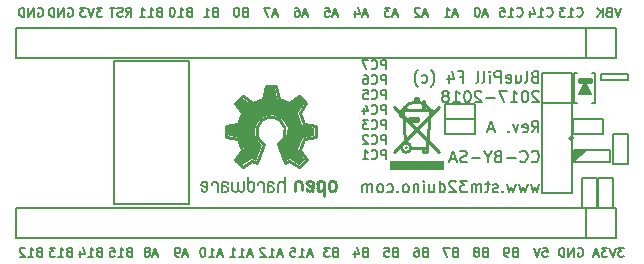
<source format=gbr>
G04 #@! TF.FileFunction,Legend,Bot*
%FSLAX46Y46*%
G04 Gerber Fmt 4.6, Leading zero omitted, Abs format (unit mm)*
G04 Created by KiCad (PCBNEW 4.0.7-e2-6376~58~ubuntu16.04.1) date Sat Feb  3 14:42:04 2018*
%MOMM*%
%LPD*%
G01*
G04 APERTURE LIST*
%ADD10C,0.100000*%
%ADD11C,0.203200*%
%ADD12C,0.162560*%
%ADD13C,0.254000*%
%ADD14C,0.127000*%
G04 APERTURE END LIST*
D10*
D11*
X45582114Y7039429D02*
X45398267Y6395962D01*
X45214419Y6855581D01*
X45030571Y6395962D01*
X44846724Y7039429D01*
X44570952Y7039429D02*
X44387105Y6395962D01*
X44203257Y6855581D01*
X44019409Y6395962D01*
X43835562Y7039429D01*
X43559790Y7039429D02*
X43375943Y6395962D01*
X43192095Y6855581D01*
X43008247Y6395962D01*
X42824400Y7039429D01*
X42456704Y6487886D02*
X42410743Y6441924D01*
X42456704Y6395962D01*
X42502666Y6441924D01*
X42456704Y6487886D01*
X42456704Y6395962D01*
X42043047Y6441924D02*
X41951124Y6395962D01*
X41767276Y6395962D01*
X41675352Y6441924D01*
X41629390Y6533848D01*
X41629390Y6579810D01*
X41675352Y6671733D01*
X41767276Y6717695D01*
X41905162Y6717695D01*
X41997085Y6763657D01*
X42043047Y6855581D01*
X42043047Y6901543D01*
X41997085Y6993467D01*
X41905162Y7039429D01*
X41767276Y7039429D01*
X41675352Y6993467D01*
X41353619Y7039429D02*
X40985924Y7039429D01*
X41215733Y7361162D02*
X41215733Y6533848D01*
X41169772Y6441924D01*
X41077848Y6395962D01*
X40985924Y6395962D01*
X40664190Y6395962D02*
X40664190Y7039429D01*
X40664190Y6947505D02*
X40618229Y6993467D01*
X40526305Y7039429D01*
X40388419Y7039429D01*
X40296495Y6993467D01*
X40250533Y6901543D01*
X40250533Y6395962D01*
X40250533Y6901543D02*
X40204571Y6993467D01*
X40112648Y7039429D01*
X39974762Y7039429D01*
X39882838Y6993467D01*
X39836876Y6901543D01*
X39836876Y6395962D01*
X39469181Y7361162D02*
X38871677Y7361162D01*
X39193410Y6993467D01*
X39055524Y6993467D01*
X38963600Y6947505D01*
X38917638Y6901543D01*
X38871677Y6809619D01*
X38871677Y6579810D01*
X38917638Y6487886D01*
X38963600Y6441924D01*
X39055524Y6395962D01*
X39331296Y6395962D01*
X39423219Y6441924D01*
X39469181Y6487886D01*
X38503981Y7269238D02*
X38458019Y7315200D01*
X38366096Y7361162D01*
X38136286Y7361162D01*
X38044362Y7315200D01*
X37998400Y7269238D01*
X37952439Y7177314D01*
X37952439Y7085390D01*
X37998400Y6947505D01*
X38549943Y6395962D01*
X37952439Y6395962D01*
X37125124Y6395962D02*
X37125124Y7361162D01*
X37125124Y6441924D02*
X37217048Y6395962D01*
X37400896Y6395962D01*
X37492820Y6441924D01*
X37538781Y6487886D01*
X37584743Y6579810D01*
X37584743Y6855581D01*
X37538781Y6947505D01*
X37492820Y6993467D01*
X37400896Y7039429D01*
X37217048Y7039429D01*
X37125124Y6993467D01*
X36251848Y7039429D02*
X36251848Y6395962D01*
X36665505Y7039429D02*
X36665505Y6533848D01*
X36619544Y6441924D01*
X36527620Y6395962D01*
X36389734Y6395962D01*
X36297810Y6441924D01*
X36251848Y6487886D01*
X35792229Y6395962D02*
X35792229Y7039429D01*
X35792229Y7361162D02*
X35838191Y7315200D01*
X35792229Y7269238D01*
X35746268Y7315200D01*
X35792229Y7361162D01*
X35792229Y7269238D01*
X35332610Y7039429D02*
X35332610Y6395962D01*
X35332610Y6947505D02*
X35286649Y6993467D01*
X35194725Y7039429D01*
X35056839Y7039429D01*
X34964915Y6993467D01*
X34918953Y6901543D01*
X34918953Y6395962D01*
X34321449Y6395962D02*
X34413373Y6441924D01*
X34459334Y6487886D01*
X34505296Y6579810D01*
X34505296Y6855581D01*
X34459334Y6947505D01*
X34413373Y6993467D01*
X34321449Y7039429D01*
X34183563Y7039429D01*
X34091639Y6993467D01*
X34045677Y6947505D01*
X33999715Y6855581D01*
X33999715Y6579810D01*
X34045677Y6487886D01*
X34091639Y6441924D01*
X34183563Y6395962D01*
X34321449Y6395962D01*
X33586058Y6487886D02*
X33540097Y6441924D01*
X33586058Y6395962D01*
X33632020Y6441924D01*
X33586058Y6487886D01*
X33586058Y6395962D01*
X32712782Y6441924D02*
X32804706Y6395962D01*
X32988554Y6395962D01*
X33080478Y6441924D01*
X33126439Y6487886D01*
X33172401Y6579810D01*
X33172401Y6855581D01*
X33126439Y6947505D01*
X33080478Y6993467D01*
X32988554Y7039429D01*
X32804706Y7039429D01*
X32712782Y6993467D01*
X32161240Y6395962D02*
X32253164Y6441924D01*
X32299125Y6487886D01*
X32345087Y6579810D01*
X32345087Y6855581D01*
X32299125Y6947505D01*
X32253164Y6993467D01*
X32161240Y7039429D01*
X32023354Y7039429D01*
X31931430Y6993467D01*
X31885468Y6947505D01*
X31839506Y6855581D01*
X31839506Y6579810D01*
X31885468Y6487886D01*
X31931430Y6441924D01*
X32023354Y6395962D01*
X32161240Y6395962D01*
X31425849Y6395962D02*
X31425849Y7039429D01*
X31425849Y6947505D02*
X31379888Y6993467D01*
X31287964Y7039429D01*
X31150078Y7039429D01*
X31058154Y6993467D01*
X31012192Y6901543D01*
X31012192Y6395962D01*
X31012192Y6901543D02*
X30966230Y6993467D01*
X30874307Y7039429D01*
X30736421Y7039429D01*
X30644497Y6993467D01*
X30598535Y6901543D01*
X30598535Y6395962D01*
X45168457Y16172543D02*
X45030571Y16126581D01*
X44984610Y16080619D01*
X44938648Y15988695D01*
X44938648Y15850810D01*
X44984610Y15758886D01*
X45030571Y15712924D01*
X45122495Y15666962D01*
X45490190Y15666962D01*
X45490190Y16632162D01*
X45168457Y16632162D01*
X45076533Y16586200D01*
X45030571Y16540238D01*
X44984610Y16448314D01*
X44984610Y16356390D01*
X45030571Y16264467D01*
X45076533Y16218505D01*
X45168457Y16172543D01*
X45490190Y16172543D01*
X44387105Y15666962D02*
X44479029Y15712924D01*
X44524990Y15804848D01*
X44524990Y16632162D01*
X43605752Y16310429D02*
X43605752Y15666962D01*
X44019409Y16310429D02*
X44019409Y15804848D01*
X43973448Y15712924D01*
X43881524Y15666962D01*
X43743638Y15666962D01*
X43651714Y15712924D01*
X43605752Y15758886D01*
X42778438Y15712924D02*
X42870362Y15666962D01*
X43054210Y15666962D01*
X43146133Y15712924D01*
X43192095Y15804848D01*
X43192095Y16172543D01*
X43146133Y16264467D01*
X43054210Y16310429D01*
X42870362Y16310429D01*
X42778438Y16264467D01*
X42732476Y16172543D01*
X42732476Y16080619D01*
X43192095Y15988695D01*
X42318819Y15666962D02*
X42318819Y16632162D01*
X41951124Y16632162D01*
X41859200Y16586200D01*
X41813239Y16540238D01*
X41767277Y16448314D01*
X41767277Y16310429D01*
X41813239Y16218505D01*
X41859200Y16172543D01*
X41951124Y16126581D01*
X42318819Y16126581D01*
X41353619Y15666962D02*
X41353619Y16310429D01*
X41353619Y16632162D02*
X41399581Y16586200D01*
X41353619Y16540238D01*
X41307658Y16586200D01*
X41353619Y16632162D01*
X41353619Y16540238D01*
X40756115Y15666962D02*
X40848039Y15712924D01*
X40894000Y15804848D01*
X40894000Y16632162D01*
X40250534Y15666962D02*
X40342458Y15712924D01*
X40388419Y15804848D01*
X40388419Y16632162D01*
X38825715Y16172543D02*
X39147448Y16172543D01*
X39147448Y15666962D02*
X39147448Y16632162D01*
X38687829Y16632162D01*
X37906477Y16310429D02*
X37906477Y15666962D01*
X38136287Y16678124D02*
X38366096Y15988695D01*
X37768592Y15988695D01*
X36389735Y15299267D02*
X36435697Y15345229D01*
X36527621Y15483114D01*
X36573583Y15575038D01*
X36619545Y15712924D01*
X36665506Y15942733D01*
X36665506Y16126581D01*
X36619545Y16356390D01*
X36573583Y16494276D01*
X36527621Y16586200D01*
X36435697Y16724086D01*
X36389735Y16770048D01*
X35608382Y15712924D02*
X35700306Y15666962D01*
X35884154Y15666962D01*
X35976078Y15712924D01*
X36022039Y15758886D01*
X36068001Y15850810D01*
X36068001Y16126581D01*
X36022039Y16218505D01*
X35976078Y16264467D01*
X35884154Y16310429D01*
X35700306Y16310429D01*
X35608382Y16264467D01*
X35286649Y15299267D02*
X35240687Y15345229D01*
X35148764Y15483114D01*
X35102802Y15575038D01*
X35056840Y15712924D01*
X35010878Y15942733D01*
X35010878Y16126581D01*
X35056840Y16356390D01*
X35102802Y16494276D01*
X35148764Y16586200D01*
X35240687Y16724086D01*
X35286649Y16770048D01*
X45536152Y14889238D02*
X45490190Y14935200D01*
X45398267Y14981162D01*
X45168457Y14981162D01*
X45076533Y14935200D01*
X45030571Y14889238D01*
X44984610Y14797314D01*
X44984610Y14705390D01*
X45030571Y14567505D01*
X45582114Y14015962D01*
X44984610Y14015962D01*
X44387105Y14981162D02*
X44295181Y14981162D01*
X44203257Y14935200D01*
X44157295Y14889238D01*
X44111333Y14797314D01*
X44065372Y14613467D01*
X44065372Y14383657D01*
X44111333Y14199810D01*
X44157295Y14107886D01*
X44203257Y14061924D01*
X44295181Y14015962D01*
X44387105Y14015962D01*
X44479029Y14061924D01*
X44524991Y14107886D01*
X44570952Y14199810D01*
X44616914Y14383657D01*
X44616914Y14613467D01*
X44570952Y14797314D01*
X44524991Y14889238D01*
X44479029Y14935200D01*
X44387105Y14981162D01*
X43146134Y14015962D02*
X43697676Y14015962D01*
X43421905Y14015962D02*
X43421905Y14981162D01*
X43513829Y14843276D01*
X43605753Y14751352D01*
X43697676Y14705390D01*
X42824400Y14981162D02*
X42180934Y14981162D01*
X42594591Y14015962D01*
X41813238Y14383657D02*
X41077848Y14383657D01*
X40664190Y14889238D02*
X40618228Y14935200D01*
X40526305Y14981162D01*
X40296495Y14981162D01*
X40204571Y14935200D01*
X40158609Y14889238D01*
X40112648Y14797314D01*
X40112648Y14705390D01*
X40158609Y14567505D01*
X40710152Y14015962D01*
X40112648Y14015962D01*
X39515143Y14981162D02*
X39423219Y14981162D01*
X39331295Y14935200D01*
X39285333Y14889238D01*
X39239371Y14797314D01*
X39193410Y14613467D01*
X39193410Y14383657D01*
X39239371Y14199810D01*
X39285333Y14107886D01*
X39331295Y14061924D01*
X39423219Y14015962D01*
X39515143Y14015962D01*
X39607067Y14061924D01*
X39653029Y14107886D01*
X39698990Y14199810D01*
X39744952Y14383657D01*
X39744952Y14613467D01*
X39698990Y14797314D01*
X39653029Y14889238D01*
X39607067Y14935200D01*
X39515143Y14981162D01*
X38274172Y14015962D02*
X38825714Y14015962D01*
X38549943Y14015962D02*
X38549943Y14981162D01*
X38641867Y14843276D01*
X38733791Y14751352D01*
X38825714Y14705390D01*
X37722629Y14567505D02*
X37814553Y14613467D01*
X37860514Y14659429D01*
X37906476Y14751352D01*
X37906476Y14797314D01*
X37860514Y14889238D01*
X37814553Y14935200D01*
X37722629Y14981162D01*
X37538781Y14981162D01*
X37446857Y14935200D01*
X37400895Y14889238D01*
X37354934Y14797314D01*
X37354934Y14751352D01*
X37400895Y14659429D01*
X37446857Y14613467D01*
X37538781Y14567505D01*
X37722629Y14567505D01*
X37814553Y14521543D01*
X37860514Y14475581D01*
X37906476Y14383657D01*
X37906476Y14199810D01*
X37860514Y14107886D01*
X37814553Y14061924D01*
X37722629Y14015962D01*
X37538781Y14015962D01*
X37446857Y14061924D01*
X37400895Y14107886D01*
X37354934Y14199810D01*
X37354934Y14383657D01*
X37400895Y14475581D01*
X37446857Y14521543D01*
X37538781Y14567505D01*
X44938648Y9027886D02*
X44984610Y8981924D01*
X45122495Y8935962D01*
X45214419Y8935962D01*
X45352305Y8981924D01*
X45444229Y9073848D01*
X45490190Y9165771D01*
X45536152Y9349619D01*
X45536152Y9487505D01*
X45490190Y9671352D01*
X45444229Y9763276D01*
X45352305Y9855200D01*
X45214419Y9901162D01*
X45122495Y9901162D01*
X44984610Y9855200D01*
X44938648Y9809238D01*
X43973448Y9027886D02*
X44019410Y8981924D01*
X44157295Y8935962D01*
X44249219Y8935962D01*
X44387105Y8981924D01*
X44479029Y9073848D01*
X44524990Y9165771D01*
X44570952Y9349619D01*
X44570952Y9487505D01*
X44524990Y9671352D01*
X44479029Y9763276D01*
X44387105Y9855200D01*
X44249219Y9901162D01*
X44157295Y9901162D01*
X44019410Y9855200D01*
X43973448Y9809238D01*
X43559790Y9303657D02*
X42824400Y9303657D01*
X42043047Y9441543D02*
X41905161Y9395581D01*
X41859200Y9349619D01*
X41813238Y9257695D01*
X41813238Y9119810D01*
X41859200Y9027886D01*
X41905161Y8981924D01*
X41997085Y8935962D01*
X42364780Y8935962D01*
X42364780Y9901162D01*
X42043047Y9901162D01*
X41951123Y9855200D01*
X41905161Y9809238D01*
X41859200Y9717314D01*
X41859200Y9625390D01*
X41905161Y9533467D01*
X41951123Y9487505D01*
X42043047Y9441543D01*
X42364780Y9441543D01*
X41215733Y9395581D02*
X41215733Y8935962D01*
X41537466Y9901162D02*
X41215733Y9395581D01*
X40894000Y9901162D01*
X40572266Y9303657D02*
X39836876Y9303657D01*
X39423218Y8981924D02*
X39285333Y8935962D01*
X39055523Y8935962D01*
X38963599Y8981924D01*
X38917637Y9027886D01*
X38871676Y9119810D01*
X38871676Y9211733D01*
X38917637Y9303657D01*
X38963599Y9349619D01*
X39055523Y9395581D01*
X39239371Y9441543D01*
X39331295Y9487505D01*
X39377256Y9533467D01*
X39423218Y9625390D01*
X39423218Y9717314D01*
X39377256Y9809238D01*
X39331295Y9855200D01*
X39239371Y9901162D01*
X39009561Y9901162D01*
X38871676Y9855200D01*
X38503980Y9211733D02*
X38044361Y9211733D01*
X38595904Y8935962D02*
X38274171Y9901162D01*
X37952438Y8935962D01*
X44938648Y11475962D02*
X45260381Y11935581D01*
X45490190Y11475962D02*
X45490190Y12441162D01*
X45122495Y12441162D01*
X45030571Y12395200D01*
X44984610Y12349238D01*
X44938648Y12257314D01*
X44938648Y12119429D01*
X44984610Y12027505D01*
X45030571Y11981543D01*
X45122495Y11935581D01*
X45490190Y11935581D01*
X44157295Y11521924D02*
X44249219Y11475962D01*
X44433067Y11475962D01*
X44524990Y11521924D01*
X44570952Y11613848D01*
X44570952Y11981543D01*
X44524990Y12073467D01*
X44433067Y12119429D01*
X44249219Y12119429D01*
X44157295Y12073467D01*
X44111333Y11981543D01*
X44111333Y11889619D01*
X44570952Y11797695D01*
X43789600Y12119429D02*
X43559791Y11475962D01*
X43329981Y12119429D01*
X42962286Y11567886D02*
X42916325Y11521924D01*
X42962286Y11475962D01*
X43008248Y11521924D01*
X42962286Y11567886D01*
X42962286Y11475962D01*
X41726152Y11751733D02*
X41266533Y11751733D01*
X41818076Y11475962D02*
X41496343Y12441162D01*
X41174610Y11475962D01*
D12*
X52464546Y22013650D02*
X52207159Y21241490D01*
X51949773Y22013650D01*
X51435000Y21645954D02*
X51324691Y21609185D01*
X51287922Y21572415D01*
X51251152Y21498876D01*
X51251152Y21388568D01*
X51287922Y21315029D01*
X51324691Y21278259D01*
X51398230Y21241490D01*
X51692386Y21241490D01*
X51692386Y22013650D01*
X51435000Y22013650D01*
X51361461Y21976880D01*
X51324691Y21940110D01*
X51287922Y21866571D01*
X51287922Y21793032D01*
X51324691Y21719493D01*
X51361461Y21682724D01*
X51435000Y21645954D01*
X51692386Y21645954D01*
X50920226Y21241490D02*
X50920226Y22013650D01*
X50478992Y21241490D02*
X50809918Y21682724D01*
X50478992Y22013650D02*
X50920226Y21572415D01*
X48756388Y21314229D02*
X48793158Y21277459D01*
X48903466Y21240690D01*
X48977005Y21240690D01*
X49087314Y21277459D01*
X49160853Y21350998D01*
X49197622Y21424537D01*
X49234392Y21571615D01*
X49234392Y21681924D01*
X49197622Y21829002D01*
X49160853Y21902541D01*
X49087314Y21976080D01*
X48977005Y22012850D01*
X48903466Y22012850D01*
X48793158Y21976080D01*
X48756388Y21939310D01*
X48020998Y21240690D02*
X48462232Y21240690D01*
X48241615Y21240690D02*
X48241615Y22012850D01*
X48315154Y21902541D01*
X48388693Y21829002D01*
X48462232Y21792232D01*
X47763611Y22012850D02*
X47285608Y22012850D01*
X47542994Y21718693D01*
X47432686Y21718693D01*
X47359147Y21681924D01*
X47322377Y21645154D01*
X47285608Y21571615D01*
X47285608Y21387768D01*
X47322377Y21314229D01*
X47359147Y21277459D01*
X47432686Y21240690D01*
X47653303Y21240690D01*
X47726842Y21277459D01*
X47763611Y21314229D01*
X46216388Y21314229D02*
X46253158Y21277459D01*
X46363466Y21240690D01*
X46437005Y21240690D01*
X46547314Y21277459D01*
X46620853Y21350998D01*
X46657622Y21424537D01*
X46694392Y21571615D01*
X46694392Y21681924D01*
X46657622Y21829002D01*
X46620853Y21902541D01*
X46547314Y21976080D01*
X46437005Y22012850D01*
X46363466Y22012850D01*
X46253158Y21976080D01*
X46216388Y21939310D01*
X45480998Y21240690D02*
X45922232Y21240690D01*
X45701615Y21240690D02*
X45701615Y22012850D01*
X45775154Y21902541D01*
X45848693Y21829002D01*
X45922232Y21792232D01*
X44819147Y21755463D02*
X44819147Y21240690D01*
X45002994Y22049619D02*
X45186842Y21498076D01*
X44708838Y21498076D01*
X43676388Y21314229D02*
X43713158Y21277459D01*
X43823466Y21240690D01*
X43897005Y21240690D01*
X44007314Y21277459D01*
X44080853Y21350998D01*
X44117622Y21424537D01*
X44154392Y21571615D01*
X44154392Y21681924D01*
X44117622Y21829002D01*
X44080853Y21902541D01*
X44007314Y21976080D01*
X43897005Y22012850D01*
X43823466Y22012850D01*
X43713158Y21976080D01*
X43676388Y21939310D01*
X42940998Y21240690D02*
X43382232Y21240690D01*
X43161615Y21240690D02*
X43161615Y22012850D01*
X43235154Y21902541D01*
X43308693Y21829002D01*
X43382232Y21792232D01*
X42242377Y22012850D02*
X42610072Y22012850D01*
X42646842Y21645154D01*
X42610072Y21681924D01*
X42536533Y21718693D01*
X42352686Y21718693D01*
X42279147Y21681924D01*
X42242377Y21645154D01*
X42205608Y21571615D01*
X42205608Y21387768D01*
X42242377Y21314229D01*
X42279147Y21277459D01*
X42352686Y21240690D01*
X42536533Y21240690D01*
X42610072Y21277459D01*
X42646842Y21314229D01*
X41191542Y21461307D02*
X40823847Y21461307D01*
X41265081Y21240690D02*
X41007694Y22012850D01*
X40750308Y21240690D01*
X40345843Y22012850D02*
X40272304Y22012850D01*
X40198765Y21976080D01*
X40161996Y21939310D01*
X40125226Y21865771D01*
X40088457Y21718693D01*
X40088457Y21534846D01*
X40125226Y21387768D01*
X40161996Y21314229D01*
X40198765Y21277459D01*
X40272304Y21240690D01*
X40345843Y21240690D01*
X40419382Y21277459D01*
X40456152Y21314229D01*
X40492921Y21387768D01*
X40529691Y21534846D01*
X40529691Y21718693D01*
X40492921Y21865771D01*
X40456152Y21939310D01*
X40419382Y21976080D01*
X40345843Y22012850D01*
X38651542Y21461307D02*
X38283847Y21461307D01*
X38725081Y21240690D02*
X38467694Y22012850D01*
X38210308Y21240690D01*
X37548457Y21240690D02*
X37989691Y21240690D01*
X37769074Y21240690D02*
X37769074Y22012850D01*
X37842613Y21902541D01*
X37916152Y21829002D01*
X37989691Y21792232D01*
X36111542Y21461307D02*
X35743847Y21461307D01*
X36185081Y21240690D02*
X35927694Y22012850D01*
X35670308Y21240690D01*
X35449691Y21939310D02*
X35412921Y21976080D01*
X35339382Y22012850D01*
X35155535Y22012850D01*
X35081996Y21976080D01*
X35045226Y21939310D01*
X35008457Y21865771D01*
X35008457Y21792232D01*
X35045226Y21681924D01*
X35486460Y21240690D01*
X35008457Y21240690D01*
X33571542Y21461307D02*
X33203847Y21461307D01*
X33645081Y21240690D02*
X33387694Y22012850D01*
X33130308Y21240690D01*
X32946460Y22012850D02*
X32468457Y22012850D01*
X32725843Y21718693D01*
X32615535Y21718693D01*
X32541996Y21681924D01*
X32505226Y21645154D01*
X32468457Y21571615D01*
X32468457Y21387768D01*
X32505226Y21314229D01*
X32541996Y21277459D01*
X32615535Y21240690D01*
X32836152Y21240690D01*
X32909691Y21277459D01*
X32946460Y21314229D01*
X31031542Y21461307D02*
X30663847Y21461307D01*
X31105081Y21240690D02*
X30847694Y22012850D01*
X30590308Y21240690D01*
X30001996Y21755463D02*
X30001996Y21240690D01*
X30185843Y22049619D02*
X30369691Y21498076D01*
X29891687Y21498076D01*
X28491542Y21461307D02*
X28123847Y21461307D01*
X28565081Y21240690D02*
X28307694Y22012850D01*
X28050308Y21240690D01*
X27425226Y22012850D02*
X27792921Y22012850D01*
X27829691Y21645154D01*
X27792921Y21681924D01*
X27719382Y21718693D01*
X27535535Y21718693D01*
X27461996Y21681924D01*
X27425226Y21645154D01*
X27388457Y21571615D01*
X27388457Y21387768D01*
X27425226Y21314229D01*
X27461996Y21277459D01*
X27535535Y21240690D01*
X27719382Y21240690D01*
X27792921Y21277459D01*
X27829691Y21314229D01*
X25951542Y21461307D02*
X25583847Y21461307D01*
X26025081Y21240690D02*
X25767694Y22012850D01*
X25510308Y21240690D01*
X24921996Y22012850D02*
X25069074Y22012850D01*
X25142613Y21976080D01*
X25179382Y21939310D01*
X25252921Y21829002D01*
X25289691Y21681924D01*
X25289691Y21387768D01*
X25252921Y21314229D01*
X25216152Y21277459D01*
X25142613Y21240690D01*
X24995535Y21240690D01*
X24921996Y21277459D01*
X24885226Y21314229D01*
X24848457Y21387768D01*
X24848457Y21571615D01*
X24885226Y21645154D01*
X24921996Y21681924D01*
X24995535Y21718693D01*
X25142613Y21718693D01*
X25216152Y21681924D01*
X25252921Y21645154D01*
X25289691Y21571615D01*
X23411542Y21461307D02*
X23043847Y21461307D01*
X23485081Y21240690D02*
X23227694Y22012850D01*
X22970308Y21240690D01*
X22786460Y22012850D02*
X22271687Y22012850D01*
X22602613Y21240690D01*
X20632541Y21645154D02*
X20522232Y21608385D01*
X20485463Y21571615D01*
X20448693Y21498076D01*
X20448693Y21387768D01*
X20485463Y21314229D01*
X20522232Y21277459D01*
X20595771Y21240690D01*
X20889927Y21240690D01*
X20889927Y22012850D01*
X20632541Y22012850D01*
X20559002Y21976080D01*
X20522232Y21939310D01*
X20485463Y21865771D01*
X20485463Y21792232D01*
X20522232Y21718693D01*
X20559002Y21681924D01*
X20632541Y21645154D01*
X20889927Y21645154D01*
X19970689Y22012850D02*
X19897150Y22012850D01*
X19823611Y21976080D01*
X19786842Y21939310D01*
X19750072Y21865771D01*
X19713303Y21718693D01*
X19713303Y21534846D01*
X19750072Y21387768D01*
X19786842Y21314229D01*
X19823611Y21277459D01*
X19897150Y21240690D01*
X19970689Y21240690D01*
X20044228Y21277459D01*
X20080998Y21314229D01*
X20117767Y21387768D01*
X20154537Y21534846D01*
X20154537Y21718693D01*
X20117767Y21865771D01*
X20080998Y21939310D01*
X20044228Y21976080D01*
X19970689Y22012850D01*
X18092541Y21645154D02*
X17982232Y21608385D01*
X17945463Y21571615D01*
X17908693Y21498076D01*
X17908693Y21387768D01*
X17945463Y21314229D01*
X17982232Y21277459D01*
X18055771Y21240690D01*
X18349927Y21240690D01*
X18349927Y22012850D01*
X18092541Y22012850D01*
X18019002Y21976080D01*
X17982232Y21939310D01*
X17945463Y21865771D01*
X17945463Y21792232D01*
X17982232Y21718693D01*
X18019002Y21681924D01*
X18092541Y21645154D01*
X18349927Y21645154D01*
X17173303Y21240690D02*
X17614537Y21240690D01*
X17393920Y21240690D02*
X17393920Y22012850D01*
X17467459Y21902541D01*
X17540998Y21829002D01*
X17614537Y21792232D01*
X15920236Y21645154D02*
X15809927Y21608385D01*
X15773158Y21571615D01*
X15736388Y21498076D01*
X15736388Y21387768D01*
X15773158Y21314229D01*
X15809927Y21277459D01*
X15883466Y21240690D01*
X16177622Y21240690D01*
X16177622Y22012850D01*
X15920236Y22012850D01*
X15846697Y21976080D01*
X15809927Y21939310D01*
X15773158Y21865771D01*
X15773158Y21792232D01*
X15809927Y21718693D01*
X15846697Y21681924D01*
X15920236Y21645154D01*
X16177622Y21645154D01*
X15000998Y21240690D02*
X15442232Y21240690D01*
X15221615Y21240690D02*
X15221615Y22012850D01*
X15295154Y21902541D01*
X15368693Y21829002D01*
X15442232Y21792232D01*
X14522994Y22012850D02*
X14449455Y22012850D01*
X14375916Y21976080D01*
X14339147Y21939310D01*
X14302377Y21865771D01*
X14265608Y21718693D01*
X14265608Y21534846D01*
X14302377Y21387768D01*
X14339147Y21314229D01*
X14375916Y21277459D01*
X14449455Y21240690D01*
X14522994Y21240690D01*
X14596533Y21277459D01*
X14633303Y21314229D01*
X14670072Y21387768D01*
X14706842Y21534846D01*
X14706842Y21718693D01*
X14670072Y21865771D01*
X14633303Y21939310D01*
X14596533Y21976080D01*
X14522994Y22012850D01*
X13380236Y21645154D02*
X13269927Y21608385D01*
X13233158Y21571615D01*
X13196388Y21498076D01*
X13196388Y21387768D01*
X13233158Y21314229D01*
X13269927Y21277459D01*
X13343466Y21240690D01*
X13637622Y21240690D01*
X13637622Y22012850D01*
X13380236Y22012850D01*
X13306697Y21976080D01*
X13269927Y21939310D01*
X13233158Y21865771D01*
X13233158Y21792232D01*
X13269927Y21718693D01*
X13306697Y21681924D01*
X13380236Y21645154D01*
X13637622Y21645154D01*
X12460998Y21240690D02*
X12902232Y21240690D01*
X12681615Y21240690D02*
X12681615Y22012850D01*
X12755154Y21902541D01*
X12828693Y21829002D01*
X12902232Y21792232D01*
X11725608Y21240690D02*
X12166842Y21240690D01*
X11946225Y21240690D02*
X11946225Y22012850D01*
X12019764Y21902541D01*
X12093303Y21829002D01*
X12166842Y21792232D01*
X10582849Y21240690D02*
X10840236Y21608385D01*
X11024083Y21240690D02*
X11024083Y22012850D01*
X10729927Y22012850D01*
X10656388Y21976080D01*
X10619619Y21939310D01*
X10582849Y21865771D01*
X10582849Y21755463D01*
X10619619Y21681924D01*
X10656388Y21645154D01*
X10729927Y21608385D01*
X11024083Y21608385D01*
X10288693Y21277459D02*
X10178384Y21240690D01*
X9994537Y21240690D01*
X9920998Y21277459D01*
X9884228Y21314229D01*
X9847459Y21387768D01*
X9847459Y21461307D01*
X9884228Y21534846D01*
X9920998Y21571615D01*
X9994537Y21608385D01*
X10141615Y21645154D01*
X10215154Y21681924D01*
X10251923Y21718693D01*
X10288693Y21792232D01*
X10288693Y21865771D01*
X10251923Y21939310D01*
X10215154Y21976080D01*
X10141615Y22012850D01*
X9957767Y22012850D01*
X9847459Y21976080D01*
X9626842Y22012850D02*
X9185608Y22012850D01*
X9406225Y21240690D02*
X9406225Y22012850D01*
X8576006Y22012850D02*
X8098003Y22012850D01*
X8355389Y21718693D01*
X8245081Y21718693D01*
X8171542Y21681924D01*
X8134772Y21645154D01*
X8098003Y21571615D01*
X8098003Y21387768D01*
X8134772Y21314229D01*
X8171542Y21277459D01*
X8245081Y21240690D01*
X8465698Y21240690D01*
X8539237Y21277459D01*
X8576006Y21314229D01*
X7877386Y22012850D02*
X7619999Y21240690D01*
X7362613Y22012850D01*
X7178765Y22012850D02*
X6700762Y22012850D01*
X6958148Y21718693D01*
X6847840Y21718693D01*
X6774301Y21681924D01*
X6737531Y21645154D01*
X6700762Y21571615D01*
X6700762Y21387768D01*
X6737531Y21314229D01*
X6774301Y21277459D01*
X6847840Y21240690D01*
X7068457Y21240690D01*
X7141996Y21277459D01*
X7178765Y21314229D01*
X5668313Y21976080D02*
X5741852Y22012850D01*
X5852160Y22012850D01*
X5962469Y21976080D01*
X6036008Y21902541D01*
X6072777Y21829002D01*
X6109547Y21681924D01*
X6109547Y21571615D01*
X6072777Y21424537D01*
X6036008Y21350998D01*
X5962469Y21277459D01*
X5852160Y21240690D01*
X5778621Y21240690D01*
X5668313Y21277459D01*
X5631543Y21314229D01*
X5631543Y21571615D01*
X5778621Y21571615D01*
X5300617Y21240690D02*
X5300617Y22012850D01*
X4859383Y21240690D01*
X4859383Y22012850D01*
X4491687Y21240690D02*
X4491687Y22012850D01*
X4307840Y22012850D01*
X4197531Y21976080D01*
X4123992Y21902541D01*
X4087223Y21829002D01*
X4050453Y21681924D01*
X4050453Y21571615D01*
X4087223Y21424537D01*
X4123992Y21350998D01*
X4197531Y21277459D01*
X4307840Y21240690D01*
X4491687Y21240690D01*
X3128313Y21976080D02*
X3201852Y22012850D01*
X3312160Y22012850D01*
X3422469Y21976080D01*
X3496008Y21902541D01*
X3532777Y21829002D01*
X3569547Y21681924D01*
X3569547Y21571615D01*
X3532777Y21424537D01*
X3496008Y21350998D01*
X3422469Y21277459D01*
X3312160Y21240690D01*
X3238621Y21240690D01*
X3128313Y21277459D01*
X3091543Y21314229D01*
X3091543Y21571615D01*
X3238621Y21571615D01*
X2760617Y21240690D02*
X2760617Y22012850D01*
X2319383Y21240690D01*
X2319383Y22012850D01*
X1951687Y21240690D02*
X1951687Y22012850D01*
X1767840Y22012850D01*
X1657531Y21976080D01*
X1583992Y21902541D01*
X1547223Y21829002D01*
X1510453Y21681924D01*
X1510453Y21571615D01*
X1547223Y21424537D01*
X1583992Y21350998D01*
X1657531Y21277459D01*
X1767840Y21240690D01*
X1951687Y21240690D01*
X3220236Y1325154D02*
X3109927Y1288385D01*
X3073158Y1251615D01*
X3036388Y1178076D01*
X3036388Y1067768D01*
X3073158Y994229D01*
X3109927Y957459D01*
X3183466Y920690D01*
X3477622Y920690D01*
X3477622Y1692850D01*
X3220236Y1692850D01*
X3146697Y1656080D01*
X3109927Y1619310D01*
X3073158Y1545771D01*
X3073158Y1472232D01*
X3109927Y1398693D01*
X3146697Y1361924D01*
X3220236Y1325154D01*
X3477622Y1325154D01*
X2300998Y920690D02*
X2742232Y920690D01*
X2521615Y920690D02*
X2521615Y1692850D01*
X2595154Y1582541D01*
X2668693Y1509002D01*
X2742232Y1472232D01*
X2006842Y1619310D02*
X1970072Y1656080D01*
X1896533Y1692850D01*
X1712686Y1692850D01*
X1639147Y1656080D01*
X1602377Y1619310D01*
X1565608Y1545771D01*
X1565608Y1472232D01*
X1602377Y1361924D01*
X2043611Y920690D01*
X1565608Y920690D01*
X5760236Y1325154D02*
X5649927Y1288385D01*
X5613158Y1251615D01*
X5576388Y1178076D01*
X5576388Y1067768D01*
X5613158Y994229D01*
X5649927Y957459D01*
X5723466Y920690D01*
X6017622Y920690D01*
X6017622Y1692850D01*
X5760236Y1692850D01*
X5686697Y1656080D01*
X5649927Y1619310D01*
X5613158Y1545771D01*
X5613158Y1472232D01*
X5649927Y1398693D01*
X5686697Y1361924D01*
X5760236Y1325154D01*
X6017622Y1325154D01*
X4840998Y920690D02*
X5282232Y920690D01*
X5061615Y920690D02*
X5061615Y1692850D01*
X5135154Y1582541D01*
X5208693Y1509002D01*
X5282232Y1472232D01*
X4583611Y1692850D02*
X4105608Y1692850D01*
X4362994Y1398693D01*
X4252686Y1398693D01*
X4179147Y1361924D01*
X4142377Y1325154D01*
X4105608Y1251615D01*
X4105608Y1067768D01*
X4142377Y994229D01*
X4179147Y957459D01*
X4252686Y920690D01*
X4473303Y920690D01*
X4546842Y957459D01*
X4583611Y994229D01*
X8300236Y1325154D02*
X8189927Y1288385D01*
X8153158Y1251615D01*
X8116388Y1178076D01*
X8116388Y1067768D01*
X8153158Y994229D01*
X8189927Y957459D01*
X8263466Y920690D01*
X8557622Y920690D01*
X8557622Y1692850D01*
X8300236Y1692850D01*
X8226697Y1656080D01*
X8189927Y1619310D01*
X8153158Y1545771D01*
X8153158Y1472232D01*
X8189927Y1398693D01*
X8226697Y1361924D01*
X8300236Y1325154D01*
X8557622Y1325154D01*
X7380998Y920690D02*
X7822232Y920690D01*
X7601615Y920690D02*
X7601615Y1692850D01*
X7675154Y1582541D01*
X7748693Y1509002D01*
X7822232Y1472232D01*
X6719147Y1435463D02*
X6719147Y920690D01*
X6902994Y1729619D02*
X7086842Y1178076D01*
X6608838Y1178076D01*
X10840236Y1325154D02*
X10729927Y1288385D01*
X10693158Y1251615D01*
X10656388Y1178076D01*
X10656388Y1067768D01*
X10693158Y994229D01*
X10729927Y957459D01*
X10803466Y920690D01*
X11097622Y920690D01*
X11097622Y1692850D01*
X10840236Y1692850D01*
X10766697Y1656080D01*
X10729927Y1619310D01*
X10693158Y1545771D01*
X10693158Y1472232D01*
X10729927Y1398693D01*
X10766697Y1361924D01*
X10840236Y1325154D01*
X11097622Y1325154D01*
X9920998Y920690D02*
X10362232Y920690D01*
X10141615Y920690D02*
X10141615Y1692850D01*
X10215154Y1582541D01*
X10288693Y1509002D01*
X10362232Y1472232D01*
X9222377Y1692850D02*
X9590072Y1692850D01*
X9626842Y1325154D01*
X9590072Y1361924D01*
X9516533Y1398693D01*
X9332686Y1398693D01*
X9259147Y1361924D01*
X9222377Y1325154D01*
X9185608Y1251615D01*
X9185608Y1067768D01*
X9222377Y994229D01*
X9259147Y957459D01*
X9332686Y920690D01*
X9516533Y920690D01*
X9590072Y957459D01*
X9626842Y994229D01*
X13251542Y1141307D02*
X12883847Y1141307D01*
X13325081Y920690D02*
X13067694Y1692850D01*
X12810308Y920690D01*
X12442613Y1361924D02*
X12516152Y1398693D01*
X12552921Y1435463D01*
X12589691Y1509002D01*
X12589691Y1545771D01*
X12552921Y1619310D01*
X12516152Y1656080D01*
X12442613Y1692850D01*
X12295535Y1692850D01*
X12221996Y1656080D01*
X12185226Y1619310D01*
X12148457Y1545771D01*
X12148457Y1509002D01*
X12185226Y1435463D01*
X12221996Y1398693D01*
X12295535Y1361924D01*
X12442613Y1361924D01*
X12516152Y1325154D01*
X12552921Y1288385D01*
X12589691Y1214846D01*
X12589691Y1067768D01*
X12552921Y994229D01*
X12516152Y957459D01*
X12442613Y920690D01*
X12295535Y920690D01*
X12221996Y957459D01*
X12185226Y994229D01*
X12148457Y1067768D01*
X12148457Y1214846D01*
X12185226Y1288385D01*
X12221996Y1325154D01*
X12295535Y1361924D01*
X15791542Y1141307D02*
X15423847Y1141307D01*
X15865081Y920690D02*
X15607694Y1692850D01*
X15350308Y920690D01*
X15056152Y920690D02*
X14909074Y920690D01*
X14835535Y957459D01*
X14798765Y994229D01*
X14725226Y1104537D01*
X14688457Y1251615D01*
X14688457Y1545771D01*
X14725226Y1619310D01*
X14761996Y1656080D01*
X14835535Y1692850D01*
X14982613Y1692850D01*
X15056152Y1656080D01*
X15092921Y1619310D01*
X15129691Y1545771D01*
X15129691Y1361924D01*
X15092921Y1288385D01*
X15056152Y1251615D01*
X14982613Y1214846D01*
X14835535Y1214846D01*
X14761996Y1251615D01*
X14725226Y1288385D01*
X14688457Y1361924D01*
X18699237Y1141307D02*
X18331542Y1141307D01*
X18772776Y920690D02*
X18515389Y1692850D01*
X18258003Y920690D01*
X17596152Y920690D02*
X18037386Y920690D01*
X17816769Y920690D02*
X17816769Y1692850D01*
X17890308Y1582541D01*
X17963847Y1509002D01*
X18037386Y1472232D01*
X17118148Y1692850D02*
X17044609Y1692850D01*
X16971070Y1656080D01*
X16934301Y1619310D01*
X16897531Y1545771D01*
X16860762Y1398693D01*
X16860762Y1214846D01*
X16897531Y1067768D01*
X16934301Y994229D01*
X16971070Y957459D01*
X17044609Y920690D01*
X17118148Y920690D01*
X17191687Y957459D01*
X17228457Y994229D01*
X17265226Y1067768D01*
X17301996Y1214846D01*
X17301996Y1398693D01*
X17265226Y1545771D01*
X17228457Y1619310D01*
X17191687Y1656080D01*
X17118148Y1692850D01*
X21239237Y1141307D02*
X20871542Y1141307D01*
X21312776Y920690D02*
X21055389Y1692850D01*
X20798003Y920690D01*
X20136152Y920690D02*
X20577386Y920690D01*
X20356769Y920690D02*
X20356769Y1692850D01*
X20430308Y1582541D01*
X20503847Y1509002D01*
X20577386Y1472232D01*
X19400762Y920690D02*
X19841996Y920690D01*
X19621379Y920690D02*
X19621379Y1692850D01*
X19694918Y1582541D01*
X19768457Y1509002D01*
X19841996Y1472232D01*
X23779237Y1141307D02*
X23411542Y1141307D01*
X23852776Y920690D02*
X23595389Y1692850D01*
X23338003Y920690D01*
X22676152Y920690D02*
X23117386Y920690D01*
X22896769Y920690D02*
X22896769Y1692850D01*
X22970308Y1582541D01*
X23043847Y1509002D01*
X23117386Y1472232D01*
X22381996Y1619310D02*
X22345226Y1656080D01*
X22271687Y1692850D01*
X22087840Y1692850D01*
X22014301Y1656080D01*
X21977531Y1619310D01*
X21940762Y1545771D01*
X21940762Y1472232D01*
X21977531Y1361924D01*
X22418765Y920690D01*
X21940762Y920690D01*
X26319237Y1141307D02*
X25951542Y1141307D01*
X26392776Y920690D02*
X26135389Y1692850D01*
X25878003Y920690D01*
X25216152Y920690D02*
X25657386Y920690D01*
X25436769Y920690D02*
X25436769Y1692850D01*
X25510308Y1582541D01*
X25583847Y1509002D01*
X25657386Y1472232D01*
X24517531Y1692850D02*
X24885226Y1692850D01*
X24921996Y1325154D01*
X24885226Y1361924D01*
X24811687Y1398693D01*
X24627840Y1398693D01*
X24554301Y1361924D01*
X24517531Y1325154D01*
X24480762Y1251615D01*
X24480762Y1067768D01*
X24517531Y994229D01*
X24554301Y957459D01*
X24627840Y920690D01*
X24811687Y920690D01*
X24885226Y957459D01*
X24921996Y994229D01*
X28252541Y1325154D02*
X28142232Y1288385D01*
X28105463Y1251615D01*
X28068693Y1178076D01*
X28068693Y1067768D01*
X28105463Y994229D01*
X28142232Y957459D01*
X28215771Y920690D01*
X28509927Y920690D01*
X28509927Y1692850D01*
X28252541Y1692850D01*
X28179002Y1656080D01*
X28142232Y1619310D01*
X28105463Y1545771D01*
X28105463Y1472232D01*
X28142232Y1398693D01*
X28179002Y1361924D01*
X28252541Y1325154D01*
X28509927Y1325154D01*
X27811306Y1692850D02*
X27333303Y1692850D01*
X27590689Y1398693D01*
X27480381Y1398693D01*
X27406842Y1361924D01*
X27370072Y1325154D01*
X27333303Y1251615D01*
X27333303Y1067768D01*
X27370072Y994229D01*
X27406842Y957459D01*
X27480381Y920690D01*
X27700998Y920690D01*
X27774537Y957459D01*
X27811306Y994229D01*
X30792541Y1325154D02*
X30682232Y1288385D01*
X30645463Y1251615D01*
X30608693Y1178076D01*
X30608693Y1067768D01*
X30645463Y994229D01*
X30682232Y957459D01*
X30755771Y920690D01*
X31049927Y920690D01*
X31049927Y1692850D01*
X30792541Y1692850D01*
X30719002Y1656080D01*
X30682232Y1619310D01*
X30645463Y1545771D01*
X30645463Y1472232D01*
X30682232Y1398693D01*
X30719002Y1361924D01*
X30792541Y1325154D01*
X31049927Y1325154D01*
X29946842Y1435463D02*
X29946842Y920690D01*
X30130689Y1729619D02*
X30314537Y1178076D01*
X29836533Y1178076D01*
X33332541Y1325154D02*
X33222232Y1288385D01*
X33185463Y1251615D01*
X33148693Y1178076D01*
X33148693Y1067768D01*
X33185463Y994229D01*
X33222232Y957459D01*
X33295771Y920690D01*
X33589927Y920690D01*
X33589927Y1692850D01*
X33332541Y1692850D01*
X33259002Y1656080D01*
X33222232Y1619310D01*
X33185463Y1545771D01*
X33185463Y1472232D01*
X33222232Y1398693D01*
X33259002Y1361924D01*
X33332541Y1325154D01*
X33589927Y1325154D01*
X32450072Y1692850D02*
X32817767Y1692850D01*
X32854537Y1325154D01*
X32817767Y1361924D01*
X32744228Y1398693D01*
X32560381Y1398693D01*
X32486842Y1361924D01*
X32450072Y1325154D01*
X32413303Y1251615D01*
X32413303Y1067768D01*
X32450072Y994229D01*
X32486842Y957459D01*
X32560381Y920690D01*
X32744228Y920690D01*
X32817767Y957459D01*
X32854537Y994229D01*
X35872541Y1325154D02*
X35762232Y1288385D01*
X35725463Y1251615D01*
X35688693Y1178076D01*
X35688693Y1067768D01*
X35725463Y994229D01*
X35762232Y957459D01*
X35835771Y920690D01*
X36129927Y920690D01*
X36129927Y1692850D01*
X35872541Y1692850D01*
X35799002Y1656080D01*
X35762232Y1619310D01*
X35725463Y1545771D01*
X35725463Y1472232D01*
X35762232Y1398693D01*
X35799002Y1361924D01*
X35872541Y1325154D01*
X36129927Y1325154D01*
X35026842Y1692850D02*
X35173920Y1692850D01*
X35247459Y1656080D01*
X35284228Y1619310D01*
X35357767Y1509002D01*
X35394537Y1361924D01*
X35394537Y1067768D01*
X35357767Y994229D01*
X35320998Y957459D01*
X35247459Y920690D01*
X35100381Y920690D01*
X35026842Y957459D01*
X34990072Y994229D01*
X34953303Y1067768D01*
X34953303Y1251615D01*
X34990072Y1325154D01*
X35026842Y1361924D01*
X35100381Y1398693D01*
X35247459Y1398693D01*
X35320998Y1361924D01*
X35357767Y1325154D01*
X35394537Y1251615D01*
X38412541Y1325154D02*
X38302232Y1288385D01*
X38265463Y1251615D01*
X38228693Y1178076D01*
X38228693Y1067768D01*
X38265463Y994229D01*
X38302232Y957459D01*
X38375771Y920690D01*
X38669927Y920690D01*
X38669927Y1692850D01*
X38412541Y1692850D01*
X38339002Y1656080D01*
X38302232Y1619310D01*
X38265463Y1545771D01*
X38265463Y1472232D01*
X38302232Y1398693D01*
X38339002Y1361924D01*
X38412541Y1325154D01*
X38669927Y1325154D01*
X37971306Y1692850D02*
X37456533Y1692850D01*
X37787459Y920690D01*
X40952541Y1325154D02*
X40842232Y1288385D01*
X40805463Y1251615D01*
X40768693Y1178076D01*
X40768693Y1067768D01*
X40805463Y994229D01*
X40842232Y957459D01*
X40915771Y920690D01*
X41209927Y920690D01*
X41209927Y1692850D01*
X40952541Y1692850D01*
X40879002Y1656080D01*
X40842232Y1619310D01*
X40805463Y1545771D01*
X40805463Y1472232D01*
X40842232Y1398693D01*
X40879002Y1361924D01*
X40952541Y1325154D01*
X41209927Y1325154D01*
X40327459Y1361924D02*
X40400998Y1398693D01*
X40437767Y1435463D01*
X40474537Y1509002D01*
X40474537Y1545771D01*
X40437767Y1619310D01*
X40400998Y1656080D01*
X40327459Y1692850D01*
X40180381Y1692850D01*
X40106842Y1656080D01*
X40070072Y1619310D01*
X40033303Y1545771D01*
X40033303Y1509002D01*
X40070072Y1435463D01*
X40106842Y1398693D01*
X40180381Y1361924D01*
X40327459Y1361924D01*
X40400998Y1325154D01*
X40437767Y1288385D01*
X40474537Y1214846D01*
X40474537Y1067768D01*
X40437767Y994229D01*
X40400998Y957459D01*
X40327459Y920690D01*
X40180381Y920690D01*
X40106842Y957459D01*
X40070072Y994229D01*
X40033303Y1067768D01*
X40033303Y1214846D01*
X40070072Y1288385D01*
X40106842Y1325154D01*
X40180381Y1361924D01*
X43492541Y1325154D02*
X43382232Y1288385D01*
X43345463Y1251615D01*
X43308693Y1178076D01*
X43308693Y1067768D01*
X43345463Y994229D01*
X43382232Y957459D01*
X43455771Y920690D01*
X43749927Y920690D01*
X43749927Y1692850D01*
X43492541Y1692850D01*
X43419002Y1656080D01*
X43382232Y1619310D01*
X43345463Y1545771D01*
X43345463Y1472232D01*
X43382232Y1398693D01*
X43419002Y1361924D01*
X43492541Y1325154D01*
X43749927Y1325154D01*
X42940998Y920690D02*
X42793920Y920690D01*
X42720381Y957459D01*
X42683611Y994229D01*
X42610072Y1104537D01*
X42573303Y1251615D01*
X42573303Y1545771D01*
X42610072Y1619310D01*
X42646842Y1656080D01*
X42720381Y1692850D01*
X42867459Y1692850D01*
X42940998Y1656080D01*
X42977767Y1619310D01*
X43014537Y1545771D01*
X43014537Y1361924D01*
X42977767Y1288385D01*
X42940998Y1251615D01*
X42867459Y1214846D01*
X42720381Y1214846D01*
X42646842Y1251615D01*
X42610072Y1288385D01*
X42573303Y1361924D01*
X45867077Y1692850D02*
X46234772Y1692850D01*
X46271542Y1325154D01*
X46234772Y1361924D01*
X46161233Y1398693D01*
X45977386Y1398693D01*
X45903847Y1361924D01*
X45867077Y1325154D01*
X45830308Y1251615D01*
X45830308Y1067768D01*
X45867077Y994229D01*
X45903847Y957459D01*
X45977386Y920690D01*
X46161233Y920690D01*
X46234772Y957459D01*
X46271542Y994229D01*
X45609691Y1692850D02*
X45352304Y920690D01*
X45094918Y1692850D01*
X48848313Y1656080D02*
X48921852Y1692850D01*
X49032160Y1692850D01*
X49142469Y1656080D01*
X49216008Y1582541D01*
X49252777Y1509002D01*
X49289547Y1361924D01*
X49289547Y1251615D01*
X49252777Y1104537D01*
X49216008Y1030998D01*
X49142469Y957459D01*
X49032160Y920690D01*
X48958621Y920690D01*
X48848313Y957459D01*
X48811543Y994229D01*
X48811543Y1251615D01*
X48958621Y1251615D01*
X48480617Y920690D02*
X48480617Y1692850D01*
X48039383Y920690D01*
X48039383Y1692850D01*
X47671687Y920690D02*
X47671687Y1692850D01*
X47487840Y1692850D01*
X47377531Y1656080D01*
X47303992Y1582541D01*
X47267223Y1509002D01*
X47230453Y1361924D01*
X47230453Y1251615D01*
X47267223Y1104537D01*
X47303992Y1030998D01*
X47377531Y957459D01*
X47487840Y920690D01*
X47671687Y920690D01*
X52721932Y1693650D02*
X52243929Y1693650D01*
X52501315Y1399493D01*
X52391007Y1399493D01*
X52317468Y1362724D01*
X52280698Y1325954D01*
X52243929Y1252415D01*
X52243929Y1068568D01*
X52280698Y995029D01*
X52317468Y958259D01*
X52391007Y921490D01*
X52611624Y921490D01*
X52685163Y958259D01*
X52721932Y995029D01*
X52023312Y1693650D02*
X51765925Y921490D01*
X51508539Y1693650D01*
X51324691Y1693650D02*
X50846688Y1693650D01*
X51104074Y1399493D01*
X50993766Y1399493D01*
X50920227Y1362724D01*
X50883457Y1325954D01*
X50846688Y1252415D01*
X50846688Y1068568D01*
X50883457Y995029D01*
X50920227Y958259D01*
X50993766Y921490D01*
X51214383Y921490D01*
X51287922Y958259D01*
X51324691Y995029D01*
X50552532Y1142107D02*
X50184837Y1142107D01*
X50626071Y921490D02*
X50368684Y1693650D01*
X50111298Y921490D01*
X32575762Y12992210D02*
X32575762Y13764370D01*
X32281606Y13764370D01*
X32208067Y13727600D01*
X32171298Y13690830D01*
X32134528Y13617291D01*
X32134528Y13506983D01*
X32171298Y13433444D01*
X32208067Y13396674D01*
X32281606Y13359905D01*
X32575762Y13359905D01*
X31362368Y13065749D02*
X31399138Y13028979D01*
X31509446Y12992210D01*
X31582985Y12992210D01*
X31693294Y13028979D01*
X31766833Y13102518D01*
X31803602Y13176057D01*
X31840372Y13323135D01*
X31840372Y13433444D01*
X31803602Y13580522D01*
X31766833Y13654061D01*
X31693294Y13727600D01*
X31582985Y13764370D01*
X31509446Y13764370D01*
X31399138Y13727600D01*
X31362368Y13690830D01*
X30700517Y13506983D02*
X30700517Y12992210D01*
X30884364Y13801139D02*
X31068212Y13249596D01*
X30590208Y13249596D01*
X32575762Y9182210D02*
X32575762Y9954370D01*
X32281606Y9954370D01*
X32208067Y9917600D01*
X32171298Y9880830D01*
X32134528Y9807291D01*
X32134528Y9696983D01*
X32171298Y9623444D01*
X32208067Y9586674D01*
X32281606Y9549905D01*
X32575762Y9549905D01*
X31362368Y9255749D02*
X31399138Y9218979D01*
X31509446Y9182210D01*
X31582985Y9182210D01*
X31693294Y9218979D01*
X31766833Y9292518D01*
X31803602Y9366057D01*
X31840372Y9513135D01*
X31840372Y9623444D01*
X31803602Y9770522D01*
X31766833Y9844061D01*
X31693294Y9917600D01*
X31582985Y9954370D01*
X31509446Y9954370D01*
X31399138Y9917600D01*
X31362368Y9880830D01*
X30626978Y9182210D02*
X31068212Y9182210D01*
X30847595Y9182210D02*
X30847595Y9954370D01*
X30921134Y9844061D01*
X30994673Y9770522D01*
X31068212Y9733752D01*
X32575762Y10452210D02*
X32575762Y11224370D01*
X32281606Y11224370D01*
X32208067Y11187600D01*
X32171298Y11150830D01*
X32134528Y11077291D01*
X32134528Y10966983D01*
X32171298Y10893444D01*
X32208067Y10856674D01*
X32281606Y10819905D01*
X32575762Y10819905D01*
X31362368Y10525749D02*
X31399138Y10488979D01*
X31509446Y10452210D01*
X31582985Y10452210D01*
X31693294Y10488979D01*
X31766833Y10562518D01*
X31803602Y10636057D01*
X31840372Y10783135D01*
X31840372Y10893444D01*
X31803602Y11040522D01*
X31766833Y11114061D01*
X31693294Y11187600D01*
X31582985Y11224370D01*
X31509446Y11224370D01*
X31399138Y11187600D01*
X31362368Y11150830D01*
X31068212Y11150830D02*
X31031442Y11187600D01*
X30957903Y11224370D01*
X30774056Y11224370D01*
X30700517Y11187600D01*
X30663747Y11150830D01*
X30626978Y11077291D01*
X30626978Y11003752D01*
X30663747Y10893444D01*
X31104981Y10452210D01*
X30626978Y10452210D01*
X32575762Y11722210D02*
X32575762Y12494370D01*
X32281606Y12494370D01*
X32208067Y12457600D01*
X32171298Y12420830D01*
X32134528Y12347291D01*
X32134528Y12236983D01*
X32171298Y12163444D01*
X32208067Y12126674D01*
X32281606Y12089905D01*
X32575762Y12089905D01*
X31362368Y11795749D02*
X31399138Y11758979D01*
X31509446Y11722210D01*
X31582985Y11722210D01*
X31693294Y11758979D01*
X31766833Y11832518D01*
X31803602Y11906057D01*
X31840372Y12053135D01*
X31840372Y12163444D01*
X31803602Y12310522D01*
X31766833Y12384061D01*
X31693294Y12457600D01*
X31582985Y12494370D01*
X31509446Y12494370D01*
X31399138Y12457600D01*
X31362368Y12420830D01*
X31104981Y12494370D02*
X30626978Y12494370D01*
X30884364Y12200213D01*
X30774056Y12200213D01*
X30700517Y12163444D01*
X30663747Y12126674D01*
X30626978Y12053135D01*
X30626978Y11869288D01*
X30663747Y11795749D01*
X30700517Y11758979D01*
X30774056Y11722210D01*
X30994673Y11722210D01*
X31068212Y11758979D01*
X31104981Y11795749D01*
X32582052Y14272370D02*
X32582052Y15044530D01*
X32287896Y15044530D01*
X32214357Y15007760D01*
X32177588Y14970990D01*
X32140818Y14897451D01*
X32140818Y14787143D01*
X32177588Y14713604D01*
X32214357Y14676834D01*
X32287896Y14640065D01*
X32582052Y14640065D01*
X31368658Y14345909D02*
X31405428Y14309139D01*
X31515736Y14272370D01*
X31589275Y14272370D01*
X31699584Y14309139D01*
X31773123Y14382678D01*
X31809892Y14456217D01*
X31846662Y14603295D01*
X31846662Y14713604D01*
X31809892Y14860682D01*
X31773123Y14934221D01*
X31699584Y15007760D01*
X31589275Y15044530D01*
X31515736Y15044530D01*
X31405428Y15007760D01*
X31368658Y14970990D01*
X30670037Y15044530D02*
X31037732Y15044530D01*
X31074502Y14676834D01*
X31037732Y14713604D01*
X30964193Y14750373D01*
X30780346Y14750373D01*
X30706807Y14713604D01*
X30670037Y14676834D01*
X30633268Y14603295D01*
X30633268Y14419448D01*
X30670037Y14345909D01*
X30706807Y14309139D01*
X30780346Y14272370D01*
X30964193Y14272370D01*
X31037732Y14309139D01*
X31074502Y14345909D01*
X32575762Y15532210D02*
X32575762Y16304370D01*
X32281606Y16304370D01*
X32208067Y16267600D01*
X32171298Y16230830D01*
X32134528Y16157291D01*
X32134528Y16046983D01*
X32171298Y15973444D01*
X32208067Y15936674D01*
X32281606Y15899905D01*
X32575762Y15899905D01*
X31362368Y15605749D02*
X31399138Y15568979D01*
X31509446Y15532210D01*
X31582985Y15532210D01*
X31693294Y15568979D01*
X31766833Y15642518D01*
X31803602Y15716057D01*
X31840372Y15863135D01*
X31840372Y15973444D01*
X31803602Y16120522D01*
X31766833Y16194061D01*
X31693294Y16267600D01*
X31582985Y16304370D01*
X31509446Y16304370D01*
X31399138Y16267600D01*
X31362368Y16230830D01*
X30700517Y16304370D02*
X30847595Y16304370D01*
X30921134Y16267600D01*
X30957903Y16230830D01*
X31031442Y16120522D01*
X31068212Y15973444D01*
X31068212Y15679288D01*
X31031442Y15605749D01*
X30994673Y15568979D01*
X30921134Y15532210D01*
X30774056Y15532210D01*
X30700517Y15568979D01*
X30663747Y15605749D01*
X30626978Y15679288D01*
X30626978Y15863135D01*
X30663747Y15936674D01*
X30700517Y15973444D01*
X30774056Y16010213D01*
X30921134Y16010213D01*
X30994673Y15973444D01*
X31031442Y15936674D01*
X31068212Y15863135D01*
X32575762Y16802210D02*
X32575762Y17574370D01*
X32281606Y17574370D01*
X32208067Y17537600D01*
X32171298Y17500830D01*
X32134528Y17427291D01*
X32134528Y17316983D01*
X32171298Y17243444D01*
X32208067Y17206674D01*
X32281606Y17169905D01*
X32575762Y17169905D01*
X31362368Y16875749D02*
X31399138Y16838979D01*
X31509446Y16802210D01*
X31582985Y16802210D01*
X31693294Y16838979D01*
X31766833Y16912518D01*
X31803602Y16986057D01*
X31840372Y17133135D01*
X31840372Y17243444D01*
X31803602Y17390522D01*
X31766833Y17464061D01*
X31693294Y17537600D01*
X31582985Y17574370D01*
X31509446Y17574370D01*
X31399138Y17537600D01*
X31362368Y17500830D01*
X31104981Y17574370D02*
X30590208Y17574370D01*
X30921134Y16802210D01*
D13*
X49911000Y16002000D02*
X49911000Y15748000D01*
X49911000Y15748000D02*
X48895000Y15748000D01*
X48895000Y16002000D02*
X48895000Y15748000D01*
X49911000Y16002000D02*
X48895000Y16002000D01*
D14*
X48514000Y16510000D02*
X48514000Y13970000D01*
X50292000Y13970000D02*
X50292000Y16510000D01*
X48768000Y16510000D02*
X48514000Y16510000D01*
X48514000Y13970000D02*
X48768000Y13970000D01*
X50292000Y16510000D02*
X50038000Y16510000D01*
X50292000Y13970000D02*
X50038000Y13970000D01*
G36*
X48895000Y14732000D02*
X49911000Y14732000D01*
X49403000Y15748000D01*
X48895000Y14732000D01*
X48895000Y14732000D01*
G37*
X48895000Y14732000D02*
X49911000Y14732000D01*
X49403000Y15748000D01*
X48895000Y14732000D01*
D13*
X26670000Y11988800D02*
X25628600Y12166600D01*
X25628600Y12166600D02*
X25273000Y13055600D01*
X25273000Y13055600D02*
X25857200Y13919200D01*
X25857200Y13919200D02*
X25247600Y14554200D01*
X25247600Y14554200D02*
X24358600Y13944600D01*
X24358600Y13944600D02*
X23495000Y14300200D01*
X23495000Y14300200D02*
X23291800Y15367000D01*
X23291800Y15367000D02*
X22402800Y15367000D01*
X22402800Y15367000D02*
X22199600Y14300200D01*
X22199600Y14300200D02*
X21361400Y13944600D01*
X21361400Y13944600D02*
X20447000Y14554200D01*
X20447000Y14554200D02*
X19812000Y13919200D01*
X19812000Y13919200D02*
X20421600Y13055600D01*
X20421600Y13055600D02*
X20066000Y12192000D01*
X20066000Y12192000D02*
X19024600Y11988800D01*
X19024600Y11988800D02*
X19024600Y11074400D01*
X19024600Y11074400D02*
X20040600Y10896600D01*
X20040600Y10896600D02*
X20396200Y9982200D01*
X20396200Y9982200D02*
X19812000Y9144000D01*
X19812000Y9144000D02*
X20447000Y8509000D01*
X20447000Y8509000D02*
X21259800Y9067800D01*
X21259800Y9067800D02*
X21640800Y8839200D01*
X21640800Y8839200D02*
X22275800Y10439400D01*
X23418800Y10439400D02*
X24053800Y8839200D01*
X24053800Y8839200D02*
X24409400Y9067800D01*
X24409400Y9067800D02*
X25222200Y8509000D01*
X25222200Y8509000D02*
X25882600Y9144000D01*
X25882600Y9144000D02*
X25298400Y9982200D01*
X25298400Y9982200D02*
X25654000Y10896600D01*
X25654000Y10896600D02*
X26670000Y11074400D01*
X26670000Y11074400D02*
X26670000Y11988800D01*
X22275801Y10439399D02*
G75*
G02X23444200Y10439400I584199J1068900D01*
G01*
X28297400Y7237201D02*
G75*
G02X28371800Y7057600I-179601J-179611D01*
G01*
X28297400Y7237200D02*
X28293800Y7240800D01*
X28114201Y7315200D02*
G75*
G02X28293800Y7240800I30J-253899D01*
G01*
X28114200Y7315200D02*
X28045200Y7315200D01*
X27865600Y7240801D02*
G75*
G02X28045200Y7315200I179568J-179500D01*
G01*
X27865600Y7240800D02*
X27862000Y7237200D01*
X27787600Y7057600D02*
G75*
G02X27862000Y7237200I254000J-10D01*
G01*
X27787600Y7057600D02*
X27787600Y6709200D01*
X27862001Y6529600D02*
G75*
G02X27787600Y6709200I179599J179611D01*
G01*
X27862000Y6529600D02*
X27865600Y6526000D01*
X28045200Y6451601D02*
G75*
G02X27865600Y6526000I-32J253899D01*
G01*
X28045200Y6451600D02*
X28114200Y6451600D01*
X28293800Y6526000D02*
G75*
G02X28114200Y6451600I-179569J179500D01*
G01*
X28293800Y6526000D02*
X28297400Y6529600D01*
X28371800Y6709201D02*
G75*
G02X28297400Y6529600I-254001J10D01*
G01*
X28371800Y6709200D02*
X28371800Y7057600D01*
X27381200Y7061200D02*
X27381200Y7057600D01*
X27381200Y6709200D02*
X27381200Y6096000D01*
X27306800Y7237201D02*
G75*
G02X27381200Y7057600I-179601J-179611D01*
G01*
X27306800Y7237200D02*
X27303200Y7240800D01*
X27123601Y7315200D02*
G75*
G02X27303200Y7240800I30J-253899D01*
G01*
X27123600Y7315200D02*
X27054600Y7315200D01*
X26875000Y7240801D02*
G75*
G02X27054600Y7315200I179568J-179500D01*
G01*
X26875000Y7240800D02*
X26871400Y7237200D01*
X26797000Y7057600D02*
G75*
G02X26871400Y7237200I254000J-10D01*
G01*
X26797000Y7057600D02*
X26797000Y6709200D01*
X26871401Y6529600D02*
G75*
G02X26797000Y6709200I179599J179611D01*
G01*
X26871400Y6529600D02*
X26875000Y6526000D01*
X27054600Y6451601D02*
G75*
G02X26875000Y6526000I-32J253899D01*
G01*
X27054600Y6451600D02*
X27123600Y6451600D01*
X27303200Y6526000D02*
G75*
G02X27123600Y6451600I-179569J179500D01*
G01*
X27303200Y6526000D02*
X27306800Y6529600D01*
X27381200Y6709201D02*
G75*
G02X27306800Y6529600I-254001J10D01*
G01*
X27381200Y6709200D02*
X27381200Y7057600D01*
X26367000Y7237201D02*
G75*
G02X26441400Y7057600I-179601J-179611D01*
G01*
X26367000Y7237200D02*
X26363400Y7240800D01*
X26183801Y7315200D02*
G75*
G02X26363400Y7240800I30J-253899D01*
G01*
X26183800Y7315200D02*
X26114800Y7315200D01*
X25935200Y7240801D02*
G75*
G02X26114800Y7315200I179568J-179500D01*
G01*
X25935200Y7240800D02*
X25931600Y7237200D01*
X25882600Y7108400D02*
G75*
G02X25931600Y7237200I180000J5243D01*
G01*
X25931601Y6529600D02*
G75*
G02X25882600Y6658400I130999J123558D01*
G01*
X25931600Y6529600D02*
X25935200Y6526000D01*
X26114800Y6451601D02*
G75*
G02X25935200Y6526000I-32J253899D01*
G01*
X26114800Y6451600D02*
X26183800Y6451600D01*
X26363400Y6526000D02*
G75*
G02X26183800Y6451600I-179569J179500D01*
G01*
X26363400Y6526000D02*
X26367000Y6529600D01*
X26441400Y6709201D02*
G75*
G02X26367000Y6529600I-254001J10D01*
G01*
X26441400Y6709200D02*
X26441400Y7057600D01*
X25882600Y7086600D02*
X26419600Y6756400D01*
X25427200Y7237201D02*
G75*
G02X25501600Y7057600I-179601J-179611D01*
G01*
X25427200Y7237200D02*
X25423600Y7240800D01*
X25244001Y7315200D02*
G75*
G02X25423600Y7240800I30J-253899D01*
G01*
X25244000Y7315200D02*
X25175000Y7315200D01*
X24995400Y7240801D02*
G75*
G02X25175000Y7315200I179568J-179500D01*
G01*
X24995400Y7240800D02*
X24991800Y7237200D01*
X24917400Y7057600D02*
G75*
G02X24991800Y7237200I254000J-10D01*
G01*
X24917400Y7057600D02*
X24917400Y6455200D01*
X25501600Y6556800D02*
X25501600Y7057600D01*
D14*
X24003000Y6400800D02*
X24003000Y7112000D01*
X24003000Y7112000D02*
X24003000Y7670800D01*
X23469600Y6400800D02*
X23469600Y7022700D01*
X23572999Y7240801D02*
G75*
G03X23469600Y7022700I211001J-233595D01*
G01*
X23701800Y7289799D02*
G75*
G03X23573000Y7240800I-5319J-179799D01*
G01*
X23701800Y7289800D02*
X23770800Y7289800D01*
X23950400Y7190000D02*
G75*
G03X23770800Y7289800I-210272J-166900D01*
G01*
X23950400Y7190000D02*
X24003000Y7112000D01*
X22580600Y6400800D02*
X22580600Y6985000D01*
X22580600Y6985000D02*
X22580600Y7022700D01*
X22683999Y7240801D02*
G75*
G03X22580600Y7022700I211001J-233595D01*
G01*
X22812800Y7289800D02*
G75*
G03X22684000Y7240800I-5318J-179800D01*
G01*
X22812800Y7289800D02*
X22881800Y7289800D01*
X23061400Y7190000D02*
G75*
G03X22881800Y7289800I-210271J-166900D01*
G01*
X23061400Y7190000D02*
X23114000Y7112000D01*
X23139399Y6527799D02*
G75*
G03X22987000Y6807200I-215900J63501D01*
G01*
X22961600Y6400800D02*
G75*
G03X23139400Y6527800I25400J152400D01*
G01*
X22961600Y6400800D02*
X22783800Y6426200D01*
X22987000Y6807200D02*
X22580600Y6985000D01*
X22197800Y7190000D02*
X22229900Y7131200D01*
X22250400Y6988300D02*
G75*
G03X22229900Y7131200I-508700J-56D01*
G01*
X22250400Y6988300D02*
X22250400Y6400800D01*
X22197800Y7190000D02*
G75*
G03X22018200Y7289800I-210271J-166900D01*
G01*
X21974600Y7289800D02*
X22018200Y7289800D01*
X21974600Y7289800D02*
G75*
G03X21845800Y7240800I-5318J-179800D01*
G01*
X21844000Y7239000D02*
X21817500Y7212500D01*
X21750700Y7094399D02*
G75*
G02X21817500Y7212500I246701J-61596D01*
G01*
X21750700Y7094400D02*
X21742400Y7035800D01*
X21437600Y6988300D02*
G75*
G03X21417100Y7131200I-508700J-56D01*
G01*
X21385000Y7190000D02*
X21417100Y7131200D01*
X21385000Y7190000D02*
G75*
G03X21205400Y7289800I-210271J-166900D01*
G01*
X21136400Y7289800D02*
X21180000Y7289800D01*
X21136400Y7289800D02*
G75*
G03X21007600Y7240800I-5318J-179800D01*
G01*
X20937900Y7119799D02*
G75*
G02X21004700Y7237900I246701J-61596D01*
G01*
X21437600Y6988300D02*
X21437600Y6638600D01*
X21410800Y6525001D02*
G75*
G03X21437600Y6638600I-227199J113561D01*
G01*
X21209800Y6400800D02*
G75*
G03X21410800Y6525000I28J224700D01*
G01*
X21209800Y6400800D02*
X21170900Y6400800D01*
X20967700Y6502401D02*
G75*
G03X21170900Y6400800I203201J152400D01*
G01*
X20929600Y6616700D02*
G75*
G03X20967700Y6502400I190200J-100D01*
G01*
X20929600Y6616700D02*
X20929600Y7670800D01*
X20599400Y7293100D02*
X20599400Y6638600D01*
X20572600Y6525001D02*
G75*
G03X20599400Y6638600I-227199J113561D01*
G01*
X20371600Y6400800D02*
G75*
G03X20572600Y6525000I28J224700D01*
G01*
X20371600Y6400800D02*
X20332700Y6400800D01*
X20129500Y6502401D02*
G75*
G03X20332700Y6400800I203201J152400D01*
G01*
X20091400Y6616700D02*
G75*
G03X20129500Y6502400I190200J-100D01*
G01*
X20091400Y7289800D02*
X20091400Y6616700D01*
X20091400Y6616700D02*
X20091400Y6613200D01*
X20064600Y6499601D02*
G75*
G03X20091400Y6613200I-227199J113561D01*
G01*
X19863600Y6375400D02*
G75*
G03X20064600Y6499600I28J224700D01*
G01*
X19863600Y6375400D02*
X19824700Y6375400D01*
X19621500Y6477001D02*
G75*
G03X19824700Y6375400I203201J152400D01*
G01*
X19583400Y6591300D02*
G75*
G03X19621500Y6477000I190200J-100D01*
G01*
X19583400Y6591300D02*
X19583400Y7289800D01*
X18694400Y6400800D02*
X18694400Y6985000D01*
X18694400Y6985000D02*
X18694400Y7022700D01*
X18797800Y7240801D02*
G75*
G03X18694400Y7022700I211001J-233595D01*
G01*
X18926600Y7289800D02*
G75*
G03X18797800Y7240800I-5318J-179800D01*
G01*
X18926600Y7289800D02*
X18995600Y7289800D01*
X19175200Y7190000D02*
G75*
G03X18995600Y7289800I-210271J-166900D01*
G01*
X19175200Y7190000D02*
X19227800Y7112000D01*
X19253200Y6527800D02*
G75*
G03X19100800Y6807200I-215900J63500D01*
G01*
X19075400Y6400800D02*
G75*
G03X19253200Y6527800I25400J152400D01*
G01*
X19075400Y6400800D02*
X18897600Y6426200D01*
X19100800Y6807200D02*
X18694400Y6985000D01*
X18311600Y7190000D02*
X18343700Y7131200D01*
X18364200Y6988300D02*
G75*
G03X18343700Y7131200I-508700J-56D01*
G01*
X18364200Y6988300D02*
X18364200Y6400800D01*
X18311600Y7190000D02*
G75*
G03X18132000Y7289800I-210271J-166900D01*
G01*
X18088400Y7289800D02*
X18132000Y7289800D01*
X18088400Y7289800D02*
G75*
G03X17959600Y7240800I-5318J-179800D01*
G01*
X17957800Y7239000D02*
X17931300Y7212500D01*
X17864500Y7094399D02*
G75*
G02X17931300Y7212500I246701J-61596D01*
G01*
X17864500Y7094400D02*
X17856200Y7035800D01*
X17475200Y6988300D02*
G75*
G03X17454700Y7131200I-508700J-56D01*
G01*
X17422600Y7190000D02*
X17454700Y7131200D01*
X17422600Y7190000D02*
G75*
G03X17243000Y7289800I-210271J-166900D01*
G01*
X17174000Y7289800D02*
X17217600Y7289800D01*
X17174000Y7289800D02*
G75*
G03X17045200Y7240800I-5318J-179800D01*
G01*
X16975500Y7119799D02*
G75*
G02X17042300Y7237900I246701J-61596D01*
G01*
X17475200Y6988300D02*
X17475200Y6731000D01*
X17475200Y6731000D02*
X17475200Y6638600D01*
X17448400Y6525001D02*
G75*
G03X17475200Y6638600I-227199J113561D01*
G01*
X17247400Y6400800D02*
G75*
G03X17448400Y6525000I28J224700D01*
G01*
X17247400Y6400800D02*
X17208500Y6400800D01*
X17005300Y6502401D02*
G75*
G03X17208500Y6400800I203201J152400D01*
G01*
X16967200Y6616700D02*
G75*
G03X17005300Y6502400I190200J-100D01*
G01*
X17475200Y6731000D02*
X16967200Y6959600D01*
X16967200Y6959600D02*
X16967200Y7076100D01*
X16992599Y7162800D02*
G75*
G03X16967200Y7076100I91701J-73935D01*
G01*
D10*
G36*
X25298400Y14401800D02*
X25704800Y13944600D01*
X25120600Y13055600D01*
X25476200Y12090400D01*
X26492200Y11861800D01*
X26492200Y11176000D01*
X25603200Y10972800D01*
X25171400Y10007600D01*
X25704800Y9118600D01*
X25222200Y8712200D01*
X24434800Y9220200D01*
X24155400Y9042400D01*
X23622000Y10414000D01*
X24130000Y11023600D01*
X24257000Y11811000D01*
X23850600Y12522200D01*
X23012400Y12928600D01*
X22225000Y12776200D01*
X21742400Y12369800D01*
X21513800Y11734800D01*
X21513800Y11226800D01*
X21869400Y10541000D01*
X22098000Y10388600D01*
X21590000Y9067800D01*
X21285200Y9220200D01*
X20523200Y8737600D01*
X20447000Y8686800D01*
X19989800Y9194800D01*
X20574000Y10033000D01*
X20142200Y10998200D01*
X19151600Y11201400D01*
X19151600Y11912600D01*
X20218400Y12141200D01*
X20574000Y13131800D01*
X19964400Y13919200D01*
X20421600Y14401800D01*
X21361400Y13741400D01*
X22301200Y14224000D01*
X22529800Y15290800D01*
X23190200Y15265400D01*
X23393400Y14249400D01*
X24231600Y13843000D01*
X24384000Y13741400D01*
X24942800Y14173200D01*
X25222200Y14427200D01*
X25298400Y14401800D01*
G37*
D14*
X48514000Y9931400D02*
X51562000Y9931400D01*
X51562000Y9931400D02*
X51562000Y8915400D01*
X51562000Y8915400D02*
X48514000Y8915400D01*
X48514000Y8915400D02*
X48514000Y9931400D01*
D10*
G36*
X48514000Y9931400D02*
X49657000Y9931400D01*
X48514000Y8915400D01*
X48514000Y9931400D01*
G37*
D13*
X48387000Y10947400D02*
G75*
G03X48387000Y10947400I-127000J0D01*
G01*
D14*
X50800000Y15875000D02*
X53086000Y15875000D01*
X53086000Y15875000D02*
X53086000Y16383000D01*
X53086000Y16383000D02*
X50800000Y16383000D01*
X50800000Y16383000D02*
X50800000Y15875000D01*
X48336200Y16510000D02*
X48336200Y13970000D01*
X48336200Y13970000D02*
X48336200Y6350000D01*
X48336200Y6350000D02*
X45796200Y6350000D01*
X45796200Y6350000D02*
X45796200Y13970000D01*
X45796200Y13970000D02*
X45796200Y16510000D01*
X45796200Y16510000D02*
X48336200Y16510000D01*
X48336200Y13970000D02*
X45796200Y13970000D01*
D13*
X34315400Y10160000D02*
G75*
G03X34315400Y10160000I-25400J0D01*
G01*
X34691600Y10160000D02*
G75*
G03X34691600Y10160000I-401600J0D01*
G01*
X34290000Y13462000D02*
G75*
G03X34290000Y13462000I-127000J0D01*
G01*
X34696400Y10160000D02*
X35687000Y10160000D01*
X35687000Y10160000D02*
X36068000Y10160000D01*
X36068000Y10160000D02*
X36322000Y13335000D01*
X36322000Y13335000D02*
X36449000Y13335000D01*
X36322000Y13335000D02*
X35814000Y13335000D01*
X35814000Y13335000D02*
X35687000Y13335000D01*
X35687000Y13335000D02*
X34036000Y13335000D01*
X34036000Y13335000D02*
X33909000Y13335000D01*
X36068000Y10160000D02*
X36068000Y9779000D01*
X36068000Y9779000D02*
X35687000Y9779000D01*
X35687000Y9779000D02*
X35687000Y10160000D01*
X34036000Y13335000D02*
X34213800Y10566400D01*
X35814000Y14097000D02*
X35814000Y13335000D01*
X35814000Y14097000D02*
X35687000Y14097000D01*
X35687000Y14097000D02*
X35687000Y13335000D01*
X35306000Y14351000D02*
X35306000Y14097000D01*
X35306000Y14097000D02*
X35052000Y14097000D01*
X35052000Y14097000D02*
X35052000Y14351000D01*
X35052000Y14351000D02*
X35306000Y14351000D01*
X35306000Y12700000D02*
X35306000Y12446000D01*
X35306000Y12446000D02*
X34544000Y12446000D01*
X34544000Y12446000D02*
X34544000Y12700000D01*
X34544000Y12700000D02*
X35306000Y12700000D01*
X33909000Y13335000D02*
X33782000Y13208000D01*
X33782000Y13208000D02*
X33782000Y12827000D01*
X33782000Y12827000D02*
X34036000Y12827000D01*
X34036000Y13335000D02*
G75*
G02X36322000Y13335000I1143000J-571500D01*
G01*
X37084000Y13589000D02*
X33274000Y9779000D01*
X33274000Y13589000D02*
X34036000Y12827000D01*
X34036000Y12827000D02*
X37084000Y9779000D01*
D10*
G36*
X37465000Y8255000D02*
X32893000Y8255000D01*
X32893000Y9017000D01*
X37465000Y9017000D01*
X37465000Y8255000D01*
G37*
D14*
X52070000Y2540000D02*
X49530000Y2540000D01*
X49530000Y2540000D02*
X1270000Y2540000D01*
X1270000Y2540000D02*
X1270000Y5080000D01*
X1270000Y5080000D02*
X49530000Y5080000D01*
X49530000Y5080000D02*
X52070000Y5080000D01*
X52070000Y5080000D02*
X52070000Y2540000D01*
X49530000Y2540000D02*
X49530000Y5080000D01*
X52070000Y17780000D02*
X49530000Y17780000D01*
X49530000Y17780000D02*
X1270000Y17780000D01*
X1270000Y17780000D02*
X1270000Y20320000D01*
X1270000Y20320000D02*
X49530000Y20320000D01*
X49530000Y20320000D02*
X52070000Y20320000D01*
X52070000Y20320000D02*
X52070000Y17780000D01*
X49530000Y17780000D02*
X49530000Y20320000D01*
X50546000Y7620000D02*
X50546000Y5080000D01*
X50546000Y5080000D02*
X51816000Y5080000D01*
X51816000Y5080000D02*
X51816000Y7620000D01*
X51816000Y7620000D02*
X50546000Y7620000D01*
X51816000Y11303000D02*
X51816000Y8763000D01*
X51816000Y8763000D02*
X53086000Y8763000D01*
X53086000Y8763000D02*
X53086000Y11303000D01*
X53086000Y11303000D02*
X51816000Y11303000D01*
X49149000Y7620000D02*
X49149000Y5080000D01*
X49149000Y5080000D02*
X50419000Y5080000D01*
X50419000Y5080000D02*
X50419000Y7620000D01*
X50419000Y7620000D02*
X49149000Y7620000D01*
X48387000Y11303000D02*
X50927000Y11303000D01*
X50927000Y11303000D02*
X50927000Y12573000D01*
X50927000Y12573000D02*
X48387000Y12573000D01*
X48387000Y12573000D02*
X48387000Y11303000D01*
X15875000Y5397500D02*
X15875000Y17462500D01*
X15875000Y17462500D02*
X9525000Y17462500D01*
X9525000Y17462500D02*
X9525000Y5397500D01*
X9525000Y5397500D02*
X15875000Y5397500D01*
X37592000Y12573000D02*
X40132000Y12573000D01*
X40132000Y12573000D02*
X40132000Y13843000D01*
X40132000Y13843000D02*
X37592000Y13843000D01*
X37592000Y13843000D02*
X37592000Y12573000D01*
X40132000Y12573000D02*
X37592000Y12573000D01*
X37592000Y12573000D02*
X37592000Y11303000D01*
X37592000Y11303000D02*
X40132000Y11303000D01*
X40132000Y11303000D02*
X40132000Y12573000D01*
M02*

</source>
